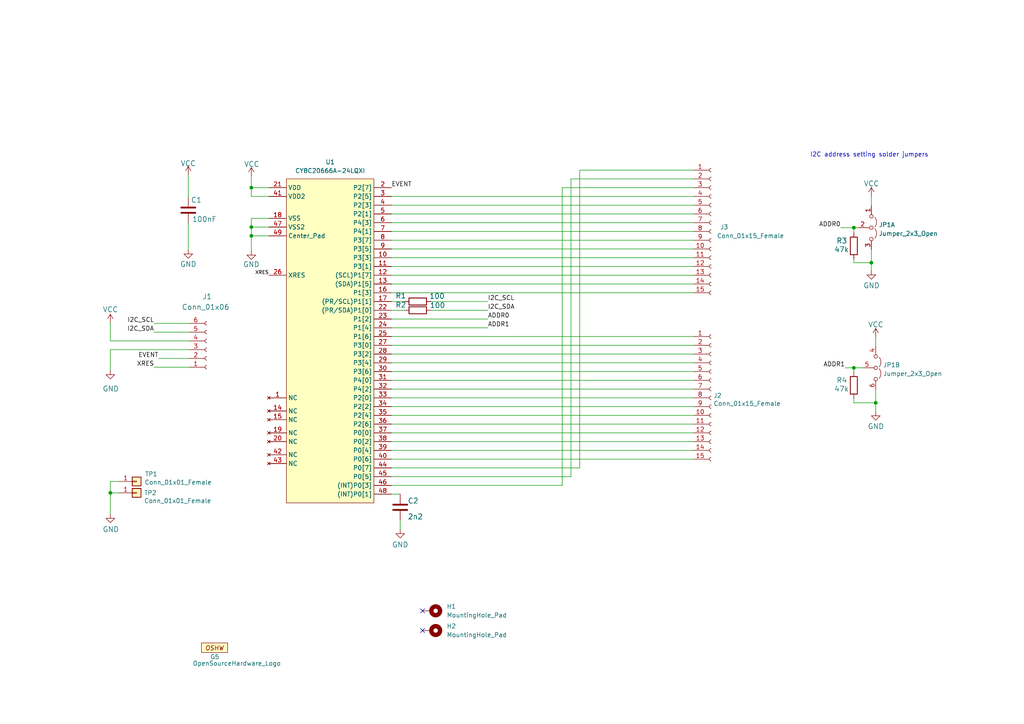
<source format=kicad_sch>
(kicad_sch (version 20230121) (generator eeschema)
  (paper "A4")
  (title_block (title "Trill Craft") (date "2019") (rev "C2") (company "Augmented Instruments Ltd.") (comment 1 "https://bela.io/products/trill/"))
  (lib_symbols
    (symbol "Connector:Conn_01x06_Female" (pin_names (offset 1.016) hide)
      (property "Reference" "J" (at 0 7.62 0))
      (property "Value" "Conn_01x06_Female" (at 0 -10.16 0))
      (symbol "Conn_01x06_Female_1_1"
        (arc (start 0 -7.112) (mid -0.5058 -7.62) (end 0 -8.128) (stroke (width 0.1524)))
        (arc (start 0 -4.572) (mid -0.5058 -5.08) (end 0 -5.588) (stroke (width 0.1524)))
        (arc (start 0 -2.032) (mid -0.5058 -2.54) (end 0 -3.048) (stroke (width 0.1524)))
        (polyline (pts (xy -1.27 -7.62) (xy -0.508 -7.62)) (stroke (width 0.1524)))
        (polyline (pts (xy -1.27 -5.08) (xy -0.508 -5.08)) (stroke (width 0.1524)))
        (polyline (pts (xy -1.27 -2.54) (xy -0.508 -2.54)) (stroke (width 0.1524)))
        (polyline (pts (xy -1.27 0) (xy -0.508 0)) (stroke (width 0.1524)))
        (polyline (pts (xy -1.27 2.54) (xy -0.508 2.54)) (stroke (width 0.1524)))
        (polyline (pts (xy -1.27 5.08) (xy -0.508 5.08)) (stroke (width 0.1524)))
        (arc (start 0 0.508) (mid -0.5058 0) (end 0 -0.508) (stroke (width 0.1524)))
        (arc (start 0 3.048) (mid -0.5058 2.54) (end 0 2.032) (stroke (width 0.1524)))
        (arc (start 0 5.588) (mid -0.5058 5.08) (end 0 4.572) (stroke (width 0.1524)))
        (pin passive line (at -5.08 5.08 0) (length 3.81) (name "Pin_1") (number "1"))
        (pin passive line (at -5.08 2.54 0) (length 3.81) (name "Pin_2") (number "2"))
        (pin passive line (at -5.08 0 0) (length 3.81) (name "Pin_3") (number "3"))
        (pin passive line (at -5.08 -2.54 0) (length 3.81) (name "Pin_4") (number "4"))
        (pin passive line (at -5.08 -5.08 0) (length 3.81) (name "Pin_5") (number "5"))
        (pin passive line (at -5.08 -7.62 0) (length 3.81) (name "Pin_6") (number "6"))
      )
    )
    (symbol "Connector:Conn_01x15_Female" (pin_names (offset 1.016) hide)
      (property "Reference" "J" (at 0 20.32 0))
      (property "Value" "Conn_01x15_Female" (at 0 -20.32 0))
      (symbol "Conn_01x15_Female_1_1"
        (arc (start 0 -17.272) (mid -0.5058 -17.78) (end 0 -18.288) (stroke (width 0.1524)))
        (arc (start 0 -14.732) (mid -0.5058 -15.24) (end 0 -15.748) (stroke (width 0.1524)))
        (arc (start 0 -12.192) (mid -0.5058 -12.7) (end 0 -13.208) (stroke (width 0.1524)))
        (arc (start 0 -9.652) (mid -0.5058 -10.16) (end 0 -10.668) (stroke (width 0.1524)))
        (arc (start 0 -7.112) (mid -0.5058 -7.62) (end 0 -8.128) (stroke (width 0.1524)))
        (arc (start 0 -4.572) (mid -0.5058 -5.08) (end 0 -5.588) (stroke (width 0.1524)))
        (arc (start 0 -2.032) (mid -0.5058 -2.54) (end 0 -3.048) (stroke (width 0.1524)))
        (polyline (pts (xy -1.27 -17.78) (xy -0.508 -17.78)) (stroke (width 0.1524)))
        (polyline (pts (xy -1.27 -15.24) (xy -0.508 -15.24)) (stroke (width 0.1524)))
        (polyline (pts (xy -1.27 -12.7) (xy -0.508 -12.7)) (stroke (width 0.1524)))
        (polyline (pts (xy -1.27 -10.16) (xy -0.508 -10.16)) (stroke (width 0.1524)))
        (polyline (pts (xy -1.27 -7.62) (xy -0.508 -7.62)) (stroke (width 0.1524)))
        (polyline (pts (xy -1.27 -5.08) (xy -0.508 -5.08)) (stroke (width 0.1524)))
        (polyline (pts (xy -1.27 -2.54) (xy -0.508 -2.54)) (stroke (width 0.1524)))
        (polyline (pts (xy -1.27 0) (xy -0.508 0)) (stroke (width 0.1524)))
        (polyline (pts (xy -1.27 2.54) (xy -0.508 2.54)) (stroke (width 0.1524)))
        (polyline (pts (xy -1.27 5.08) (xy -0.508 5.08)) (stroke (width 0.1524)))
        (polyline (pts (xy -1.27 7.62) (xy -0.508 7.62)) (stroke (width 0.1524)))
        (polyline (pts (xy -1.27 10.16) (xy -0.508 10.16)) (stroke (width 0.1524)))
        (polyline (pts (xy -1.27 12.7) (xy -0.508 12.7)) (stroke (width 0.1524)))
        (polyline (pts (xy -1.27 15.24) (xy -0.508 15.24)) (stroke (width 0.1524)))
        (polyline (pts (xy -1.27 17.78) (xy -0.508 17.78)) (stroke (width 0.1524)))
        (arc (start 0 0.508) (mid -0.5058 0) (end 0 -0.508) (stroke (width 0.1524)))
        (arc (start 0 3.048) (mid -0.5058 2.54) (end 0 2.032) (stroke (width 0.1524)))
        (arc (start 0 5.588) (mid -0.5058 5.08) (end 0 4.572) (stroke (width 0.1524)))
        (arc (start 0 8.128) (mid -0.5058 7.62) (end 0 7.112) (stroke (width 0.1524)))
        (arc (start 0 10.668) (mid -0.5058 10.16) (end 0 9.652) (stroke (width 0.1524)))
        (arc (start 0 13.208) (mid -0.5058 12.7) (end 0 12.192) (stroke (width 0.1524)))
        (arc (start 0 15.748) (mid -0.5058 15.24) (end 0 14.732) (stroke (width 0.1524)))
        (arc (start 0 18.288) (mid -0.5058 17.78) (end 0 17.272) (stroke (width 0.1524)))
        (pin passive line (at -5.08 17.78 0) (length 3.81) (name "Pin_1") (number "1"))
        (pin passive line (at -5.08 -5.08 0) (length 3.81) (name "Pin_10") (number "10"))
        (pin passive line (at -5.08 -7.62 0) (length 3.81) (name "Pin_11") (number "11"))
        (pin passive line (at -5.08 -10.16 0) (length 3.81) (name "Pin_12") (number "12"))
        (pin passive line (at -5.08 -12.7 0) (length 3.81) (name "Pin_13") (number "13"))
        (pin passive line (at -5.08 -15.24 0) (length 3.81) (name "Pin_14") (number "14"))
        (pin passive line (at -5.08 -17.78 0) (length 3.81) (name "Pin_15") (number "15"))
        (pin passive line (at -5.08 15.24 0) (length 3.81) (name "Pin_2") (number "2"))
        (pin passive line (at -5.08 12.7 0) (length 3.81) (name "Pin_3") (number "3"))
        (pin passive line (at -5.08 10.16 0) (length 3.81) (name "Pin_4") (number "4"))
        (pin passive line (at -5.08 7.62 0) (length 3.81) (name "Pin_5") (number "5"))
        (pin passive line (at -5.08 5.08 0) (length 3.81) (name "Pin_6") (number "6"))
        (pin passive line (at -5.08 2.54 0) (length 3.81) (name "Pin_7") (number "7"))
        (pin passive line (at -5.08 0 0) (length 3.81) (name "Pin_8") (number "8"))
        (pin passive line (at -5.08 -2.54 0) (length 3.81) (name "Pin_9") (number "9"))
      )
    )
    (symbol "Connector_Generic:Conn_01x01" (pin_names (offset 1.016) hide)
      (property "Reference" "J" (at 0 2.54 0))
      (property "Value" "Conn_01x01" (at 0 -2.54 0))
      (symbol "Conn_01x01_1_1"
        (rectangle (start -1.27 0.127) (end 0 -0.127) (stroke (width 0.1524)))
        (rectangle (start -1.27 1.27) (end 1.27 -1.27) (stroke (width 0.254)) (fill (type background)))
        (pin passive line (at -5.08 0 0) (length 3.81) (name "Pin_1") (number "1"))
      )
    )
    (symbol "Device:C" (pin_numbers hide) (pin_names (offset 0.254))
      (property "Reference" "C" (at 0.635 2.54 0))
      (property "Value" "C" (at 0.635 -2.54 0))
      (symbol "C_0_1"
        (polyline (pts (xy -2.032 -0.762) (xy 2.032 -0.762)) (stroke (width 0.508)))
        (polyline (pts (xy -2.032 0.762) (xy 2.032 0.762)) (stroke (width 0.508)))
      )
      (symbol "C_1_1"
        (pin passive line (at 0 3.81 270) (length 2.794) (name "~") (number "1"))
        (pin passive line (at 0 -3.81 90) (length 2.794) (name "~") (number "2"))
      )
    )
    (symbol "Device:R" (pin_numbers hide) (pin_names (offset 0))
      (property "Reference" "R" (at 2.032 0 90))
      (property "Value" "R" (at 0 0 90))
      (symbol "R_0_1"
        (rectangle (start -1.016 -2.54) (end 1.016 2.54) (stroke (width 0.254)))
      )
      (symbol "R_1_1"
        (pin passive line (at 0 3.81 270) (length 1.27) (name "~") (number "1"))
        (pin passive line (at 0 -3.81 90) (length 1.27) (name "~") (number "2"))
      )
    )
    (symbol "Mechanical:MountingHole_Pad" (pin_numbers hide) (pin_names (offset 1.016) hide)
      (property "Reference" "H" (at 0 6.35 0))
      (property "Value" "MountingHole_Pad" (at 0 4.445 0))
      (symbol "MountingHole_Pad_0_1"
        (circle (center 0 1.27) (radius 1.27) (stroke (width 1.27)))
      )
      (symbol "MountingHole_Pad_1_1"
        (pin input line (at 0 -2.54 90) (length 2.54) (name "1") (number "1"))
      )
    )
    (symbol "TRILL:CY8C206X6A"
      (property "Reference" "U" (at 0 -53.34 0))
      (property "Value" "CY8C206X6A" (at 0 -50.8 0))
      (symbol "CY8C206X6A_0_1"
        (rectangle (start -12.7 45.72) (end 12.7 -48.26) (fill (type background)))
      )
      (symbol "CY8C206X6A_1_0"
        (pin no_connect line (at -17.78 -17.78 0) (length 5.08) (name "NC") (number "1"))
        (pin bidirectional line (at 17.78 22.86 180) (length 5.08) (name "P3[3]") (number "10"))
        (pin bidirectional line (at 17.78 20.32 180) (length 5.08) (name "P3[1]") (number "11"))
        (pin bidirectional line (at 17.78 17.78 180) (length 5.08) (name "(SCL)P1[7]") (number "12"))
        (pin bidirectional line (at 17.78 15.24 180) (length 5.08) (name "(SDA)P1[5]") (number "13"))
        (pin no_connect line (at -17.78 -21.59 0) (length 5.08) (name "NC") (number "14"))
        (pin no_connect line (at -17.78 -24.13 0) (length 5.08) (name "NC") (number "15"))
        (pin bidirectional line (at 17.78 12.7 180) (length 5.08) (name "P1[3]") (number "16"))
        (pin bidirectional line (at 17.78 10.16 180) (length 5.08) (name "(PR/SCL)P1[1]") (number "17"))
        (pin power_in line (at -17.78 34.29 0) (length 5.08) (name "VSS") (number "18"))
        (pin no_connect line (at -17.78 -27.94 0) (length 5.08) (name "NC") (number "19"))
        (pin bidirectional line (at 17.78 43.18 180) (length 5.08) (name "P2[7]") (number "2"))
        (pin no_connect line (at -17.78 -30.48 0) (length 5.08) (name "NC") (number "20"))
        (pin power_in line (at -17.78 43.18 0) (length 5.08) (name "VDD") (number "21"))
        (pin bidirectional line (at 17.78 7.62 180) (length 5.08) (name "(PR/SDA)P1[0]") (number "22"))
        (pin bidirectional line (at 17.78 5.08 180) (length 5.08) (name "P1[2]") (number "23"))
        (pin bidirectional line (at 17.78 2.54 180) (length 5.08) (name "P1[4]") (number "24"))
        (pin bidirectional line (at 17.78 0 180) (length 5.08) (name "P1[6]") (number "25"))
        (pin input line (at -17.78 17.78 0) (length 5.08) (name "XRES") (number "26"))
        (pin bidirectional line (at 17.78 -2.54 180) (length 5.08) (name "P3[0]") (number "27"))
        (pin bidirectional line (at 17.78 -5.08 180) (length 5.08) (name "P3[2]") (number "28"))
        (pin bidirectional line (at 17.78 -7.62 180) (length 5.08) (name "P3[4]") (number "29"))
        (pin bidirectional line (at 17.78 40.64 180) (length 5.08) (name "P2[5]") (number "3"))
        (pin bidirectional line (at 17.78 -10.16 180) (length 5.08) (name "P3[6]") (number "30"))
        (pin bidirectional line (at 17.78 -12.7 180) (length 5.08) (name "P4[0]") (number "31"))
        (pin bidirectional line (at 17.78 -15.24 180) (length 5.08) (name "P4[2]") (number "32"))
        (pin bidirectional line (at 17.78 -17.78 180) (length 5.08) (name "P2[0]") (number "33"))
        (pin bidirectional line (at 17.78 -20.32 180) (length 5.08) (name "P2[2]") (number "34"))
        (pin bidirectional line (at 17.78 -22.86 180) (length 5.08) (name "P2[4]") (number "35"))
        (pin bidirectional line (at 17.78 -25.4 180) (length 5.08) (name "P2[6]") (number "36"))
        (pin bidirectional line (at 17.78 -27.94 180) (length 5.08) (name "P0[0]") (number "37"))
        (pin bidirectional line (at 17.78 -30.48 180) (length 5.08) (name "P0[2]") (number "38"))
        (pin bidirectional line (at 17.78 -33.02 180) (length 5.08) (name "P0[4]") (number "39"))
        (pin bidirectional line (at 17.78 38.1 180) (length 5.08) (name "P2[3]") (number "4"))
        (pin bidirectional line (at 17.78 -35.56 180) (length 5.08) (name "P0[6]") (number "40"))
        (pin power_in line (at -17.78 40.64 0) (length 5.08) (name "VDD2") (number "41"))
        (pin no_connect line (at -17.78 -34.29 0) (length 5.08) (name "NC") (number "42"))
        (pin no_connect line (at -17.78 -36.83 0) (length 5.08) (name "NC") (number "43"))
        (pin bidirectional line (at 17.78 -38.1 180) (length 5.08) (name "P0[7]") (number "44"))
        (pin bidirectional line (at 17.78 -40.64 180) (length 5.08) (name "P0[5]") (number "45"))
        (pin bidirectional line (at 17.78 -43.18 180) (length 5.08) (name "(INT)P0[3]") (number "46"))
        (pin power_in line (at -17.78 31.75 0) (length 5.08) (name "VSS2") (number "47"))
        (pin bidirectional line (at 17.78 -45.72 180) (length 5.08) (name "(INT)P0[1]") (number "48"))
        (pin power_in line (at -17.78 29.21 0) (length 5.08) (name "Center_Pad") (number "49"))
        (pin bidirectional line (at 17.78 35.56 180) (length 5.08) (name "P2[1]") (number "5"))
        (pin bidirectional line (at 17.78 33.02 180) (length 5.08) (name "P4[3]") (number "6"))
        (pin bidirectional line (at 17.78 30.48 180) (length 5.08) (name "P4[1]") (number "7"))
        (pin bidirectional line (at 17.78 27.94 180) (length 5.08) (name "P3[7]") (number "8"))
        (pin bidirectional line (at 17.78 25.4 180) (length 5.08) (name "P3[5]") (number "9"))
      )
    )
    (symbol "TRILL:Jumper_2x3_Open" (pin_names (offset 0) hide)
      (property "Reference" "JP" (at -2.54 -2.54 0))
      (property "Value" "Jumper_2x3_Open" (at 0 2.794 0))
      (symbol "Jumper_2x3_Open_0_0"
        (circle (center -3.302 0) (radius 0.508))
        (circle (center 0 0) (radius 0.508))
        (circle (center 3.302 0) (radius 0.508))
      )
      (symbol "Jumper_2x3_Open_0_1"
        (arc (start -0.254 1.016) (mid -1.651 1.4992) (end -3.048 1.016))
        (polyline (pts (xy 0 -0.508) (xy 0 -1.27)))
        (arc (start 3.048 1.016) (mid 1.651 1.4992) (end 0.254 1.016))
      )
      (symbol "Jumper_2x3_Open_1_1"
        (pin passive line (at -6.35 0 0) (length 2.54) (name "A") (number "1"))
        (pin passive line (at 0 -3.81 90) (length 2.54) (name "C") (number "2"))
        (pin passive line (at 6.35 0 180) (length 2.54) (name "B") (number "3"))
      )
      (symbol "Jumper_2x3_Open_2_1"
        (pin passive line (at -6.35 0 0) (length 2.54) (name "A") (number "4"))
        (pin passive line (at 0 -3.81 90) (length 2.54) (name "A") (number "5"))
        (pin passive line (at 6.35 0 180) (length 2.54) (name "B") (number "6"))
      )
    )
    (symbol "TRILL:OpenSourceHardware_Logo" (pin_numbers hide) (pin_names (offset 0) hide) (in_bom no)
      (property "Reference" "G" (at 0 0 0))
      (property "Value" "OpenSourceHardware_Logo" (at 0.0508 1.9812 0))
      (symbol "OpenSourceHardware_Logo_0_0"
        (text "" (at -8.2804 -10.668 0) (effects (font (size 1.27 1.27))))
        (text "" (at -5.3594 -2.286 0) (effects (font (size 1.27 1.27))))
        (text "OSHW" (at 0 6.35 0) (effects (font (size 1.27 1.27) italic)))
      )
      (symbol "OpenSourceHardware_Logo_0_1"
        (rectangle (start -3.81 7.8232) (end 3.81 5.08) (fill (type background)))
      )
    )
    (symbol "power:GND" (power) (pin_names (offset 0))
      (property "Value" "GND" (at 0 -3.81 0))
      (symbol "GND_0_1"
        (polyline (pts (xy 0 0) (xy 0 -1.27) (xy 1.27 -1.27) (xy 0 -2.54) (xy -1.27 -1.27) (xy 0 -1.27)))
      )
      (symbol "GND_1_1"
        (pin power_in line (at 0 0 270) (length 0) hide (name "GND") (number "1"))
      )
    )
    (symbol "power:VCC" (power) (pin_names (offset 0))
      (property "Value" "VCC" (at 0 3.81 0))
      (symbol "VCC_0_1"
        (polyline (pts (xy -0.762 1.27) (xy 0 2.54)))
        (polyline (pts (xy 0 0) (xy 0 2.54)))
        (polyline (pts (xy 0 2.54) (xy 0.762 1.27)))
      )
      (symbol "VCC_1_1"
        (pin power_in line (at 0 0 90) (length 0) hide (name "VCC") (number "1"))
      )
    )
  )
  (junction (at 254 116.84))
  (junction (at 247.65 66.04))
  (junction (at 32.004 142.9512))
  (junction (at 72.898 54.4322))
  (junction (at 252.73 76.2))
  (junction (at 72.898 68.4022))
  (junction (at 72.898 65.8622))
  (junction (at 247.65 106.68))
  (no_connect (at 122.555 177.165))
  (no_connect (at 122.555 182.88))
  (wire (pts (xy 72.898 68.4022) (xy 72.898 65.8622)))
  (wire (pts (xy 113.538 133.1722) (xy 201.168 133.1722)))
  (wire (pts (xy 124.968 89.9922) (xy 141.478 89.9922)))
  (wire (pts (xy 113.538 72.2122) (xy 201.168 72.2122)))
  (wire (pts (xy 247.65 115.57) (xy 247.65 116.84)))
  (wire (pts (xy 113.538 117.9322) (xy 201.168 117.9322)))
  (wire (pts (xy 32.004 98.8822) (xy 54.864 98.8822)))
  (wire (pts (xy 113.538 120.4722) (xy 201.168 120.4722)))
  (wire (pts (xy 163.068 140.7922) (xy 163.068 54.4322)))
  (wire (pts (xy 72.898 65.8622) (xy 77.978 65.8622)))
  (wire (pts (xy 32.004 101.4222) (xy 54.864 101.4222)))
  (wire (pts (xy 54.61 50.8) (xy 54.61 57.15)))
  (wire (pts (xy 254 97.79) (xy 254 100.33)))
  (wire (pts (xy 32.004 101.4222) (xy 32.004 107.3912)))
  (wire (pts (xy 113.538 143.3322) (xy 116.078 143.3322)))
  (wire (pts (xy 252.73 72.39) (xy 252.73 76.2)))
  (wire (pts (xy 113.538 59.5122) (xy 201.168 59.5122)))
  (wire (pts (xy 113.538 140.7922) (xy 163.068 140.7922)))
  (wire (pts (xy 113.538 125.5522) (xy 201.168 125.5522)))
  (wire (pts (xy 44.704 96.3422) (xy 54.864 96.3422)))
  (wire (pts (xy 116.078 150.9522) (xy 116.078 153.4922)))
  (wire (pts (xy 247.65 76.2) (xy 252.73 76.2)))
  (wire (pts (xy 254 116.84) (xy 254 119.3292)))
  (wire (pts (xy 113.538 105.2322) (xy 201.168 105.2322)))
  (wire (pts (xy 113.538 102.6922) (xy 201.168 102.6922)))
  (wire (pts (xy 245.11 106.68) (xy 247.65 106.68)))
  (wire (pts (xy 113.538 64.5922) (xy 201.168 64.5922)))
  (wire (pts (xy 165.608 138.2522) (xy 165.608 51.8922)))
  (wire (pts (xy 32.004 139.6492) (xy 32.004 142.9512)))
  (wire (pts (xy 45.974 103.9622) (xy 54.864 103.9622)))
  (wire (pts (xy 113.538 95.0722) (xy 141.478 95.0722)))
  (wire (pts (xy 168.148 135.7122) (xy 168.148 49.3522)))
  (wire (pts (xy 113.538 87.4522) (xy 117.348 87.4522)))
  (wire (pts (xy 201.168 54.4322) (xy 163.068 54.4322)))
  (wire (pts (xy 113.538 69.6722) (xy 201.168 69.6722)))
  (wire (pts (xy 124.968 87.4522) (xy 141.478 87.4522)))
  (wire (pts (xy 201.168 56.9722) (xy 113.538 56.9722)))
  (wire (pts (xy 32.004 142.9512) (xy 32.004 149.0472)))
  (wire (pts (xy 113.538 112.8522) (xy 201.168 112.8522)))
  (wire (pts (xy 44.704 93.8022) (xy 54.864 93.8022)))
  (wire (pts (xy 168.148 49.3522) (xy 201.168 49.3522)))
  (wire (pts (xy 32.004 93.6752) (xy 32.004 98.8822)))
  (wire (pts (xy 247.65 66.04) (xy 247.65 67.5132)))
  (wire (pts (xy 72.898 56.9722) (xy 72.898 54.4322)))
  (wire (pts (xy 113.538 67.1322) (xy 201.168 67.1322)))
  (wire (pts (xy 113.538 92.5322) (xy 141.478 92.5322)))
  (wire (pts (xy 113.538 107.7722) (xy 201.168 107.7722)))
  (wire (pts (xy 247.65 116.84) (xy 254 116.84)))
  (wire (pts (xy 113.538 100.1522) (xy 201.168 100.1522)))
  (wire (pts (xy 113.538 138.2522) (xy 165.608 138.2522)))
  (wire (pts (xy 247.65 106.68) (xy 247.65 107.95)))
  (wire (pts (xy 72.898 68.4022) (xy 72.898 72.7202)))
  (wire (pts (xy 113.538 79.8322) (xy 201.168 79.8322)))
  (wire (pts (xy 77.978 68.4022) (xy 72.898 68.4022)))
  (wire (pts (xy 113.538 130.6322) (xy 201.168 130.6322)))
  (wire (pts (xy 113.538 115.3922) (xy 201.168 115.3922)))
  (wire (pts (xy 247.65 66.04) (xy 248.92 66.04)))
  (wire (pts (xy 201.168 62.0522) (xy 113.538 62.0522)))
  (wire (pts (xy 247.65 75.1332) (xy 247.65 76.2)))
  (wire (pts (xy 113.538 77.2922) (xy 201.168 77.2922)))
  (wire (pts (xy 113.538 97.6122) (xy 201.168 97.6122)))
  (wire (pts (xy 201.168 51.8922) (xy 165.608 51.8922)))
  (wire (pts (xy 77.978 56.9722) (xy 72.898 56.9722)))
  (wire (pts (xy 34.544 142.9512) (xy 32.004 142.9512)))
  (wire (pts (xy 113.538 123.0122) (xy 201.168 123.0122)))
  (wire (pts (xy 54.61 64.77) (xy 54.61 72.39)))
  (wire (pts (xy 113.538 110.3122) (xy 201.168 110.3122)))
  (wire (pts (xy 113.538 135.7122) (xy 168.148 135.7122)))
  (wire (pts (xy 113.538 82.3722) (xy 201.168 82.3722)))
  (wire (pts (xy 243.84 66.04) (xy 247.65 66.04)))
  (wire (pts (xy 247.65 106.68) (xy 250.19 106.68)))
  (wire (pts (xy 113.538 89.9922) (xy 117.348 89.9922)))
  (wire (pts (xy 44.704 106.5022) (xy 54.864 106.5022)))
  (wire (pts (xy 252.73 56.9214) (xy 252.73 59.69)))
  (wire (pts (xy 252.73 76.2) (xy 252.73 78.4606)))
  (wire (pts (xy 72.898 63.3222) (xy 77.978 63.3222)))
  (wire (pts (xy 72.898 65.8622) (xy 72.898 63.3222)))
  (wire (pts (xy 113.538 84.9122) (xy 201.168 84.9122)))
  (wire (pts (xy 113.538 128.0922) (xy 201.168 128.0922)))
  (wire (pts (xy 34.544 139.6492) (xy 32.004 139.6492)))
  (wire (pts (xy 72.898 51.1302) (xy 72.898 54.4322)))
  (wire (pts (xy 254 113.03) (xy 254 116.84)))
  (wire (pts (xy 72.898 54.4322) (xy 77.978 54.4322)))
  (wire (pts (xy 113.538 74.7522) (xy 201.168 74.7522)))
  (text "I2C address setting solder jumpers" (at 234.95 45.72 0) (effects (font (size 1.27 1.27)) (justify left bottom)))
  (label "XRES" (at 77.978 79.8322 180) (effects (font (size 1 1))))
  (label "I2C_SDA" (at 44.704 96.3422 180))
  (label "ADDR0" (at 243.84 66.04 180))
  (label "I2C_SCL" (at 141.478 87.4522 0))
  (label "I2C_SCL" (at 44.704 93.8022 180))
  (label "EVENT" (at 45.974 103.9622 180))
  (label "EVENT" (at 113.538 54.4322 0))
  (label "I2C_SDA" (at 141.478 89.9922 0))
  (label "XRES" (at 44.704 106.5022 180))
  (label "ADDR0" (at 141.478 92.5322 0))
  (label "ADDR1" (at 245.11 106.68 180))
  (label "ADDR1" (at 141.478 95.0722 0))
  (symbol (lib_id "Connector:Conn_01x15_Female") (at 206.248 67.1322 0) (unit 1) (in_bom no)
    (property "Reference" "J3" (at 210.058 65.8622 0))
    (property "Value" "Conn_01x15_Female" (at 217.678 68.4022 0))
    (property "Footprint" "TRILL:trill_craft_1x15_2.54mm_castellated" (effects hide))
  )
  (symbol (lib_id "power:VCC") (at 252.73 56.9214 0) (mirror y) (unit 1)
    (property "Reference" "#P+04" (effects hide))
    (property "Value" "VCC" (at 255.016 54.1274 0) (effects (font (size 1.4986 1.4986)) (justify left bottom)))
  )
  (symbol (lib_id "Connector:Conn_01x15_Female") (at 206.248 115.3922 0) (unit 1) (in_bom no)
    (property "Reference" "J2" (at 206.9338 114.7318 0) (effects (justify left)))
    (property "Value" "Conn_01x15_Female" (at 206.9338 117.0432 0) (effects (justify left)))
    (property "Footprint" "TRILL:trill_craft_1x15_2.54mm_castellated" (effects hide))
  )
  (symbol (lib_id "Connector_Generic:Conn_01x01") (at 39.624 139.6492 0) (unit 1) (in_bom no)
    (property "Reference" "TP1" (at 42.037 137.4902 0) (effects (justify left)))
    (property "Value" "Conn_01x01_Female" (at 41.91 139.9032 0) (effects (justify left)))
    (property "Footprint" "TRILL:trill_craft_circular_pad_smd" (effects hide))
  )
  (symbol (lib_id "Connector_Generic:Conn_01x01") (at 39.624 142.9512 0) (unit 1) (in_bom no)
    (property "Reference" "TP2" (at 41.783 142.9512 0) (effects (justify left)))
    (property "Value" "Conn_01x01_Female" (at 41.783 145.2626 0) (effects (justify left)))
    (property "Footprint" "TRILL:trill_craft_circular_pad_smd" (effects hide))
  )
  (symbol (lib_id "power:GND") (at 32.004 149.0472 0) (unit 1)
    (property "Reference" "#GND02" (effects hide))
    (property "Value" "GND" (at 29.718 154.3812 0) (effects (font (size 1.4986 1.4986)) (justify left bottom)))
  )
  (symbol (lib_id "Device:R") (at 247.65 71.3232 0) (unit 1)
    (property "Reference" "R3" (at 242.57 70.6882 0) (effects (font (size 1.4986 1.4986)) (justify left bottom)))
    (property "Value" "47k" (at 241.935 73.2282 0) (effects (font (size 1.4986 1.4986)) (justify left bottom)))
    (property "Footprint" "Resistor_SMD:R_0402_1005Metric" (effects hide))
  )
  (symbol (lib_id "Mechanical:MountingHole_Pad") (at 125.095 182.88 270) (unit 1) (in_bom no)
    (property "Reference" "H2" (at 129.54 181.6099 90) (effects (justify left)))
    (property "Value" "MountingHole_Pad" (at 129.54 184.1499 90) (effects (justify left)))
    (property "Footprint" "MountingHole:MountingHole_3.2mm_M3_ISO14580_Pad" (effects hide))
  )
  (symbol (lib_id "TRILL:Jumper_2x3_Open") (at 252.73 66.04 270) (unit 1) (in_bom no)
    (property "Reference" "JP1" (at 254.8642 65.2053 90) (effects (justify left)))
    (property "Value" "Jumper_2x3_Open" (at 254.8642 67.7422 90) (effects (justify left)))
    (property "Footprint" "TRILL:SolderJumper-2x3_P1.3mm_Open_Pad1.0x1.5mm" (effects hide))
  )
  (symbol (lib_id "TRILL:CY8C206X6A") (at 95.758 97.6122 0) (unit 1)
    (property "Reference" "U1" (at 95.758 46.99 0))
    (property "Value" "CY8C20666A-24LQXI" (at 95.758 49.53 0))
    (property "Footprint" "Package_DFN_QFN:QFN-48-1EP_6x6mm_P0.4mm_EP4.6x4.6mm" (effects hide))
    (property "Datasheet" "https://www.infineon.com/dgdl/Infineon-CY8C20XX6A_S_1.8_V_Programmable_CapSense_Controller_with_SmartSense_Auto-tuning_1-33_Buttons_0-6_Sliders-DataSheet-v26_00-EN.pdf?fileId=8ac78c8c7d0d8da4017d0ecc6dc04671" (effects hide))
  )
  (symbol (lib_id "power:GND") (at 54.61 72.39 0) (unit 1)
    (property "Reference" "#GND03" (effects hide))
    (property "Value" "GND" (at 52.197 77.47 0) (effects (font (size 1.4986 1.4986)) (justify left bottom)))
  )
  (symbol (lib_id "power:GND") (at 254 119.3292 0) (unit 1)
    (property "Reference" "#GND09" (effects hide))
    (property "Value" "GND" (at 251.6378 124.5362 0) (effects (font (size 1.4986 1.4986)) (justify left bottom)))
  )
  (symbol (lib_id "power:GND") (at 116.078 153.4922 0) (unit 1)
    (property "Reference" "#GND05" (effects hide))
    (property "Value" "GND" (at 113.665 158.8262 0) (effects (font (size 1.4986 1.4986)) (justify left bottom)))
  )
  (symbol (lib_id "power:GND") (at 252.73 78.4606 0) (unit 1)
    (property "Reference" "#GND08" (effects hide))
    (property "Value" "GND" (at 250.3678 83.6676 0) (effects (font (size 1.4986 1.4986)) (justify left bottom)))
  )
  (symbol (lib_id "Device:R") (at 121.158 87.4522 90) (unit 1)
    (property "Reference" "R1" (at 117.856 84.9122 90) (effects (font (size 1.4986 1.4986)) (justify left bottom)))
    (property "Value" "100" (at 129.032 85.0392 90) (effects (font (size 1.4986 1.4986)) (justify left bottom)))
    (property "Footprint" "Resistor_SMD:R_0402_1005Metric" (effects hide))
  )
  (symbol (lib_id "Mechanical:MountingHole_Pad") (at 125.095 177.165 270) (unit 1) (in_bom no)
    (property "Reference" "H1" (at 129.54 175.8949 90) (effects (justify left)))
    (property "Value" "MountingHole_Pad" (at 129.54 178.4349 90) (effects (justify left)))
    (property "Footprint" "MountingHole:MountingHole_3.2mm_M3_ISO14580_Pad" (effects hide))
  )
  (symbol (lib_id "Connector:Conn_01x06_Female") (at 59.944 101.4222 0) (mirror x) (unit 1) (in_bom no)
    (property "Reference" "J1" (at 58.674 85.1662 0) (effects (font (size 1.4986 1.4986)) (justify left bottom)))
    (property "Value" "Conn_01x06" (at 52.705 88.2142 0) (effects (font (size 1.4986 1.4986)) (justify left bottom)))
    (property "Footprint" "TRILL:trill_craft_1X6_2.54mm_castelated" (effects hide))
  )
  (symbol (lib_id "power:VCC") (at 32.004 93.6752 0) (mirror y) (unit 1)
    (property "Reference" "#P+01" (effects hide))
    (property "Value" "VCC" (at 34.29 90.6272 0) (effects (font (size 1.4986 1.4986)) (justify left bottom)))
  )
  (symbol (lib_id "TRILL:Jumper_2x3_Open") (at 254 106.68 270) (unit 2) (in_bom no)
    (property "Reference" "JP1" (at 256.1342 105.8453 90) (effects (justify left)))
    (property "Value" "Jumper_2x3_Open" (at 256.1342 108.3822 90) (effects (justify left)))
    (property "Footprint" "TRILL:SolderJumper-2x3_P1.3mm_Open_Pad1.0x1.5mm" (effects hide))
  )
  (symbol (lib_id "power:VCC") (at 54.61 50.8 0) (unit 1)
    (property "Reference" "#P+02" (effects hide))
    (property "Value" "VCC" (at 52.324 48.26 0) (effects (font (size 1.4986 1.4986)) (justify left bottom)))
  )
  (symbol (lib_id "Device:R") (at 247.65 111.76 0) (unit 1)
    (property "Reference" "R4" (at 242.57 111.125 0) (effects (font (size 1.4986 1.4986)) (justify left bottom)))
    (property "Value" "47k" (at 241.935 113.665 0) (effects (font (size 1.4986 1.4986)) (justify left bottom)))
    (property "Footprint" "Resistor_SMD:R_0402_1005Metric" (effects hide))
  )
  (symbol (lib_id "power:VCC") (at 72.898 51.1302 0) (unit 1)
    (property "Reference" "#P+03" (effects hide))
    (property "Value" "VCC" (at 70.739 48.4632 0) (effects (font (size 1.4986 1.4986)) (justify left bottom)))
  )
  (symbol (lib_id "Device:C") (at 116.078 147.1422 0) (unit 1)
    (property "Reference" "C2" (at 118.237 146.1262 0) (effects (font (size 1.4986 1.4986)) (justify left bottom)))
    (property "Value" "2n2" (at 118.237 150.6982 0) (effects (font (size 1.4986 1.4986)) (justify left bottom)))
    (property "Footprint" "Capacitor_SMD:C_0402_1005Metric" (effects hide))
  )
  (symbol (lib_id "power:VCC") (at 254 97.79 0) (mirror y) (unit 1)
    (property "Reference" "#P+05" (effects hide))
    (property "Value" "VCC" (at 256.286 94.996 0) (effects (font (size 1.4986 1.4986)) (justify left bottom)))
  )
  (symbol (lib_id "Device:C") (at 54.61 60.96 180) (unit 1)
    (property "Reference" "C1" (at 58.547 57.15 0) (effects (font (size 1.4986 1.4986)) (justify left bottom)))
    (property "Value" "100nF" (at 62.865 62.738 0) (effects (font (size 1.4986 1.4986)) (justify left bottom)))
    (property "Footprint" "Capacitor_SMD:C_0402_1005Metric" (effects hide))
  )
  (symbol (lib_id "power:GND") (at 32.004 107.3912 0) (mirror y) (unit 1)
    (property "Reference" "#GND01" (effects hide))
    (property "Value" "GND" (at 34.544 113.6142 0) (effects (font (size 1.4986 1.4986)) (justify left bottom)))
  )
  (symbol (lib_id "TRILL:OpenSourceHardware_Logo") (at 62.23 194.31 0) (unit 1) (in_bom no)
    (property "Reference" "G5" (at 60.96 190.5 0) (effects (justify left)))
    (property "Value" "OpenSourceHardware_Logo" (at 55.88 192.405 0) (effects (justify left)))
    (property "Footprint" "TRILL:OpenSourceHardware_Logo" (effects hide))
  )
  (symbol (lib_id "Device:R") (at 121.158 89.9922 90) (unit 1)
    (property "Reference" "R2" (at 117.856 87.5792 90) (effects (font (size 1.4986 1.4986)) (justify left bottom)))
    (property "Value" "100" (at 129.159 87.7062 90) (effects (font (size 1.4986 1.4986)) (justify left bottom)))
    (property "Footprint" "Resistor_SMD:R_0402_1005Metric" (effects hide))
  )
  (symbol (lib_id "power:GND") (at 72.898 72.7202 0) (unit 1)
    (property "Reference" "#GND04" (effects hide))
    (property "Value" "GND" (at 70.485 77.5462 0) (effects (font (size 1.4986 1.4986)) (justify left bottom)))
  )
)
</source>
